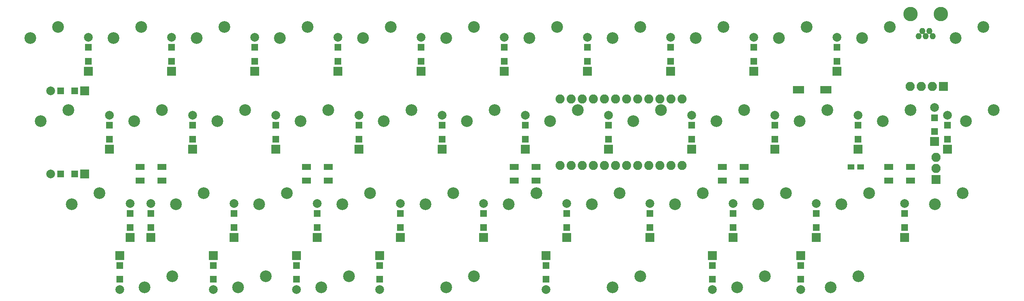
<source format=gbs>
G04 #@! TF.FileFunction,Soldermask,Bot*
%FSLAX46Y46*%
G04 Gerber Fmt 4.6, Leading zero omitted, Abs format (unit mm)*
G04 Created by KiCad (PCBNEW 4.0.7) date 05/05/18 17:10:26*
%MOMM*%
%LPD*%
G01*
G04 APERTURE LIST*
%ADD10C,0.100000*%
%ADD11C,2.686000*%
%ADD12R,1.600000X1.600000*%
%ADD13R,2.000000X2.000000*%
%ADD14C,2.000000*%
%ADD15R,2.000000X1.400000*%
%ADD16R,1.600000X1.300000*%
%ADD17R,2.501900X1.800860*%
%ADD18O,1.400000X1.400000*%
%ADD19C,3.295600*%
%ADD20C,2.082800*%
%ADD21R,2.100000X2.100000*%
%ADD22O,2.100000X2.100000*%
G04 APERTURE END LIST*
D10*
D11*
X166846250Y-63976250D03*
X160496250Y-66516250D03*
X185896250Y-63976250D03*
X179546250Y-66516250D03*
D12*
X239000000Y-46675000D03*
X239000000Y-49825000D03*
D13*
X239000000Y-52150000D03*
D14*
X239000000Y-44350000D03*
D11*
X250190000Y-25876250D03*
X243840000Y-28416250D03*
X57308750Y-25876250D03*
X50958750Y-28416250D03*
X76358750Y-25876250D03*
X70008750Y-28416250D03*
X95408750Y-25876250D03*
X89058750Y-28416250D03*
X114458750Y-25876250D03*
X108108750Y-28416250D03*
X133508750Y-25876250D03*
X127158750Y-28416250D03*
X152558750Y-25876250D03*
X146208750Y-28416250D03*
X171608750Y-25876250D03*
X165258750Y-28416250D03*
X209708750Y-25876250D03*
X203358750Y-28416250D03*
X228758750Y-25876250D03*
X222408750Y-28416250D03*
X62071250Y-44926250D03*
X55721250Y-47466250D03*
X81121250Y-44926250D03*
X74771250Y-47466250D03*
X100171250Y-44926250D03*
X93821250Y-47466250D03*
X119221250Y-44926250D03*
X112871250Y-47466250D03*
X138271250Y-44926250D03*
X131921250Y-47466250D03*
X157321250Y-44926250D03*
X150971250Y-47466250D03*
X176371250Y-44926250D03*
X170021250Y-47466250D03*
X195421250Y-44926250D03*
X189071250Y-47466250D03*
X214471250Y-44926250D03*
X208121250Y-47466250D03*
X233521250Y-44926250D03*
X227171250Y-47466250D03*
X252571250Y-44926250D03*
X246221250Y-47466250D03*
X47783750Y-63976250D03*
X41433750Y-66516250D03*
X71596308Y-63976308D03*
X65246308Y-66516308D03*
X90646324Y-63976308D03*
X84296324Y-66516308D03*
X109696250Y-63976250D03*
X103346250Y-66516250D03*
X128746250Y-63976250D03*
X122396250Y-66516250D03*
X147796250Y-63976250D03*
X141446250Y-66516250D03*
X204946250Y-63976250D03*
X198596250Y-66516250D03*
X223996250Y-63976250D03*
X217646250Y-66516250D03*
X245427500Y-63976250D03*
X239077500Y-66516250D03*
X40640000Y-44926250D03*
X34290000Y-47466250D03*
X38258750Y-25876250D03*
X31908750Y-28416250D03*
X64452500Y-83026250D03*
X58102500Y-85566250D03*
X104933750Y-83026250D03*
X98583750Y-85566250D03*
D15*
X228481250Y-61131250D03*
X228481250Y-57931250D03*
X233481250Y-61131250D03*
X233481250Y-57931250D03*
X190381250Y-61131250D03*
X190381250Y-57931250D03*
X195381250Y-61131250D03*
X195381250Y-57931250D03*
X142756250Y-61131250D03*
X142756250Y-57931250D03*
X147756250Y-61131250D03*
X147756250Y-57931250D03*
X95131250Y-61131250D03*
X95131250Y-57931250D03*
X100131250Y-61131250D03*
X100131250Y-57931250D03*
X57031250Y-61131250D03*
X57031250Y-57931250D03*
X62031250Y-61131250D03*
X62031250Y-57931250D03*
D16*
X219900000Y-58000000D03*
X222100000Y-58000000D03*
D17*
X207850400Y-40250000D03*
X214149600Y-40250000D03*
D18*
X237000000Y-28000000D03*
X238600000Y-28000000D03*
X235400000Y-28000000D03*
X237800000Y-26800000D03*
X236200000Y-26800000D03*
D19*
X240450000Y-22950000D03*
X233550000Y-22950000D03*
D11*
X85883750Y-83026250D03*
X79533750Y-85566250D03*
X200183750Y-83026250D03*
X193833750Y-85566250D03*
X221615000Y-83026250D03*
X215265000Y-85566250D03*
D12*
X45243788Y-30571902D03*
X45243788Y-33721902D03*
D13*
X45243788Y-36046902D03*
D14*
X45243788Y-28246902D03*
D12*
X64293804Y-30571902D03*
X64293804Y-33721902D03*
D13*
X64293804Y-36046902D03*
D14*
X64293804Y-28246902D03*
D12*
X83343820Y-30571902D03*
X83343820Y-33721902D03*
D13*
X83343820Y-36046902D03*
D14*
X83343820Y-28246902D03*
D12*
X102393836Y-30571902D03*
X102393836Y-33721902D03*
D13*
X102393836Y-36046902D03*
D14*
X102393836Y-28246902D03*
D12*
X121443852Y-30571902D03*
X121443852Y-33721902D03*
D13*
X121443852Y-36046902D03*
D14*
X121443852Y-28246902D03*
D12*
X140493750Y-30571875D03*
X140493750Y-33721875D03*
D13*
X140493750Y-36046875D03*
D14*
X140493750Y-28246875D03*
D12*
X159543750Y-30571875D03*
X159543750Y-33721875D03*
D13*
X159543750Y-36046875D03*
D14*
X159543750Y-28246875D03*
D12*
X178593750Y-30571875D03*
X178593750Y-33721875D03*
D13*
X178593750Y-36046875D03*
D14*
X178593750Y-28246875D03*
D12*
X197643750Y-30571875D03*
X197643750Y-33721875D03*
D13*
X197643750Y-36046875D03*
D14*
X197643750Y-28246875D03*
D12*
X216693750Y-30571875D03*
X216693750Y-33721875D03*
D13*
X216693750Y-36046875D03*
D14*
X216693750Y-28246875D03*
D12*
X50006250Y-48431250D03*
X50006250Y-51581250D03*
D13*
X50006250Y-53906250D03*
D14*
X50006250Y-46106250D03*
D12*
X69056250Y-48431250D03*
X69056250Y-51581250D03*
D13*
X69056250Y-53906250D03*
D14*
X69056250Y-46106250D03*
D12*
X88106250Y-48431250D03*
X88106250Y-51581250D03*
D13*
X88106250Y-53906250D03*
D14*
X88106250Y-46106250D03*
D12*
X107156250Y-48431250D03*
X107156250Y-51581250D03*
D13*
X107156250Y-53906250D03*
D14*
X107156250Y-46106250D03*
D12*
X126206250Y-48431250D03*
X126206250Y-51581250D03*
D13*
X126206250Y-53906250D03*
D14*
X126206250Y-46106250D03*
D12*
X145256250Y-48431250D03*
X145256250Y-51581250D03*
D13*
X145256250Y-53906250D03*
D14*
X145256250Y-46106250D03*
D12*
X164306250Y-48431250D03*
X164306250Y-51581250D03*
D13*
X164306250Y-53906250D03*
D14*
X164306250Y-46106250D03*
D12*
X183356250Y-48431250D03*
X183356250Y-51581250D03*
D13*
X183356250Y-53906250D03*
D14*
X183356250Y-46106250D03*
D12*
X202406250Y-48431250D03*
X202406250Y-51581250D03*
D13*
X202406250Y-53906250D03*
D14*
X202406250Y-46106250D03*
D12*
X221456250Y-48431250D03*
X221456250Y-51581250D03*
D13*
X221456250Y-53906250D03*
D14*
X221456250Y-46106250D03*
D12*
X242000000Y-48431250D03*
X242000000Y-51581250D03*
D13*
X242000000Y-53906250D03*
D14*
X242000000Y-46106250D03*
D12*
X54768750Y-68671875D03*
X54768750Y-71821875D03*
D13*
X54768750Y-74146875D03*
D14*
X54768750Y-66346875D03*
D12*
X59531300Y-68671875D03*
X59531300Y-71821875D03*
D13*
X59531300Y-74146875D03*
D14*
X59531300Y-66346875D03*
D12*
X78581316Y-68671934D03*
X78581316Y-71821934D03*
D13*
X78581316Y-74146934D03*
D14*
X78581316Y-66346934D03*
D12*
X97631250Y-68671875D03*
X97631250Y-71821875D03*
D13*
X97631250Y-74146875D03*
D14*
X97631250Y-66346875D03*
D12*
X116681250Y-68671875D03*
X116681250Y-71821875D03*
D13*
X116681250Y-74146875D03*
D14*
X116681250Y-66346875D03*
D12*
X135731250Y-68671875D03*
X135731250Y-71821875D03*
D13*
X135731250Y-74146875D03*
D14*
X135731250Y-66346875D03*
D12*
X154781250Y-68671875D03*
X154781250Y-71821875D03*
D13*
X154781250Y-74146875D03*
D14*
X154781250Y-66346875D03*
D12*
X173831250Y-68671875D03*
X173831250Y-71821875D03*
D13*
X173831250Y-74146875D03*
D14*
X173831250Y-66346875D03*
D12*
X192881250Y-68671875D03*
X192881250Y-71821875D03*
D13*
X192881250Y-74146875D03*
D14*
X192881250Y-66346875D03*
D12*
X211931250Y-68671875D03*
X211931250Y-71821875D03*
D13*
X211931250Y-74146875D03*
D14*
X211931250Y-66346875D03*
D12*
X232171875Y-68671875D03*
X232171875Y-71821875D03*
D13*
X232171875Y-74146875D03*
D14*
X232171875Y-66346875D03*
D12*
X38906250Y-59531250D03*
X42056250Y-59531250D03*
D13*
X44381250Y-59531250D03*
D14*
X36581250Y-59531250D03*
D12*
X38906250Y-40481250D03*
X42056250Y-40481250D03*
D13*
X44381250Y-40481250D03*
D14*
X36581250Y-40481250D03*
D12*
X52387500Y-83728125D03*
X52387500Y-80578125D03*
D13*
X52387500Y-78253125D03*
D14*
X52387500Y-86053125D03*
D12*
X73818750Y-83728125D03*
X73818750Y-80578125D03*
D13*
X73818750Y-78253125D03*
D14*
X73818750Y-86053125D03*
D12*
X92868750Y-83728125D03*
X92868750Y-80578125D03*
D13*
X92868750Y-78253125D03*
D14*
X92868750Y-86053125D03*
D12*
X111918750Y-83728125D03*
X111918750Y-80578125D03*
D13*
X111918750Y-78253125D03*
D14*
X111918750Y-86053125D03*
D12*
X150018750Y-83728125D03*
X150018750Y-80578125D03*
D13*
X150018750Y-78253125D03*
D14*
X150018750Y-86053125D03*
D12*
X188118750Y-83728125D03*
X188118750Y-80578125D03*
D13*
X188118750Y-78253125D03*
D14*
X188118750Y-86053125D03*
D12*
X208359375Y-83728125D03*
X208359375Y-80578125D03*
D13*
X208359375Y-78253125D03*
D14*
X208359375Y-86053125D03*
D11*
X190658908Y-25876276D03*
X184308908Y-28416276D03*
D20*
X181200000Y-57620000D03*
X178660000Y-57620000D03*
X176120000Y-57620000D03*
X173580000Y-57620000D03*
X171040000Y-57620000D03*
X168500000Y-57620000D03*
X165960000Y-57620000D03*
X163420000Y-57620000D03*
X160880000Y-57620000D03*
X158340000Y-57620000D03*
X155800000Y-57620000D03*
X153260000Y-57620000D03*
X153260000Y-42380000D03*
X155800000Y-42380000D03*
X158340000Y-42380000D03*
X160880000Y-42380000D03*
X163420000Y-42380000D03*
X165960000Y-42380000D03*
X168500000Y-42380000D03*
X171040000Y-42380000D03*
X173580000Y-42380000D03*
X176120000Y-42380000D03*
X178660000Y-42380000D03*
X181200000Y-42380000D03*
D21*
X241040000Y-39500000D03*
D22*
X238500000Y-39500000D03*
X235960000Y-39500000D03*
X233420000Y-39500000D03*
D21*
X239315625Y-60880625D03*
D22*
X239315625Y-58340625D03*
X239315625Y-55800625D03*
D11*
X133508750Y-83026250D03*
X127158750Y-85566250D03*
X171608750Y-83026250D03*
X165258750Y-85566250D03*
M02*

</source>
